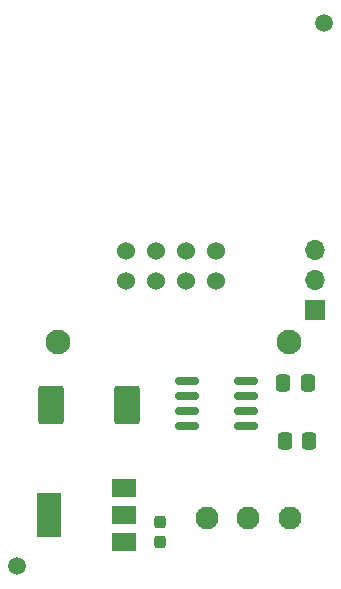
<source format=gbr>
%TF.GenerationSoftware,KiCad,Pcbnew,(6.0.5-0)*%
%TF.CreationDate,2022-06-26T23:43:10+02:00*%
%TF.ProjectId,Fuji-IoT,46756a69-2d49-46f5-942e-6b696361645f,rev?*%
%TF.SameCoordinates,Original*%
%TF.FileFunction,Soldermask,Top*%
%TF.FilePolarity,Negative*%
%FSLAX46Y46*%
G04 Gerber Fmt 4.6, Leading zero omitted, Abs format (unit mm)*
G04 Created by KiCad (PCBNEW (6.0.5-0)) date 2022-06-26 23:43:10*
%MOMM*%
%LPD*%
G01*
G04 APERTURE LIST*
G04 Aperture macros list*
%AMRoundRect*
0 Rectangle with rounded corners*
0 $1 Rounding radius*
0 $2 $3 $4 $5 $6 $7 $8 $9 X,Y pos of 4 corners*
0 Add a 4 corners polygon primitive as box body*
4,1,4,$2,$3,$4,$5,$6,$7,$8,$9,$2,$3,0*
0 Add four circle primitives for the rounded corners*
1,1,$1+$1,$2,$3*
1,1,$1+$1,$4,$5*
1,1,$1+$1,$6,$7*
1,1,$1+$1,$8,$9*
0 Add four rect primitives between the rounded corners*
20,1,$1+$1,$2,$3,$4,$5,0*
20,1,$1+$1,$4,$5,$6,$7,0*
20,1,$1+$1,$6,$7,$8,$9,0*
20,1,$1+$1,$8,$9,$2,$3,0*%
G04 Aperture macros list end*
%ADD10C,2.100000*%
%ADD11C,1.500000*%
%ADD12R,1.700000X1.700000*%
%ADD13O,1.700000X1.700000*%
%ADD14RoundRect,0.250000X-0.337500X-0.475000X0.337500X-0.475000X0.337500X0.475000X-0.337500X0.475000X0*%
%ADD15C,1.524000*%
%ADD16R,2.000000X1.500000*%
%ADD17R,2.000000X3.800000*%
%ADD18RoundRect,0.250001X0.837499X1.399999X-0.837499X1.399999X-0.837499X-1.399999X0.837499X-1.399999X0*%
%ADD19C,1.950000*%
%ADD20RoundRect,0.150000X-0.825000X-0.150000X0.825000X-0.150000X0.825000X0.150000X-0.825000X0.150000X0*%
%ADD21RoundRect,0.237500X0.237500X-0.300000X0.237500X0.300000X-0.237500X0.300000X-0.237500X-0.300000X0*%
G04 APERTURE END LIST*
D10*
%TO.C,REF\u002A\u002A*%
X44500000Y-57000000D03*
%TD*%
%TO.C,REF\u002A\u002A*%
X64000000Y-57000000D03*
%TD*%
D11*
%TO.C,FID2*%
X41000000Y-76000000D03*
%TD*%
%TO.C,FID1*%
X67000000Y-30000000D03*
%TD*%
D12*
%TO.C,J1*%
X66200000Y-54340000D03*
D13*
X66200000Y-51800000D03*
X66200000Y-49260000D03*
%TD*%
D14*
%TO.C,C4*%
X65737500Y-65400000D03*
X63662500Y-65400000D03*
%TD*%
D15*
%TO.C,U3*%
X57810000Y-49330000D03*
X57810000Y-51870000D03*
X55270000Y-49330000D03*
X55270000Y-51870000D03*
X52730000Y-49330000D03*
X52730000Y-51870000D03*
X50190000Y-49330000D03*
X50190000Y-51870000D03*
%TD*%
D16*
%TO.C,U1*%
X50050000Y-69400000D03*
X50050000Y-71700000D03*
D17*
X43750000Y-71700000D03*
D16*
X50050000Y-74000000D03*
%TD*%
D14*
%TO.C,C3*%
X65637500Y-60500000D03*
X63562500Y-60500000D03*
%TD*%
D18*
%TO.C,C2*%
X43912500Y-62400000D03*
X50287500Y-62400000D03*
%TD*%
D19*
%TO.C,J2*%
X64100000Y-71900000D03*
X60600000Y-71900000D03*
X57100000Y-71900000D03*
%TD*%
D20*
%TO.C,U2*%
X60375000Y-60295000D03*
X60375000Y-61565000D03*
X60375000Y-62835000D03*
X60375000Y-64105000D03*
X55425000Y-64105000D03*
X55425000Y-62835000D03*
X55425000Y-61565000D03*
X55425000Y-60295000D03*
%TD*%
D21*
%TO.C,C1*%
X53100000Y-72237500D03*
X53100000Y-73962500D03*
%TD*%
M02*

</source>
